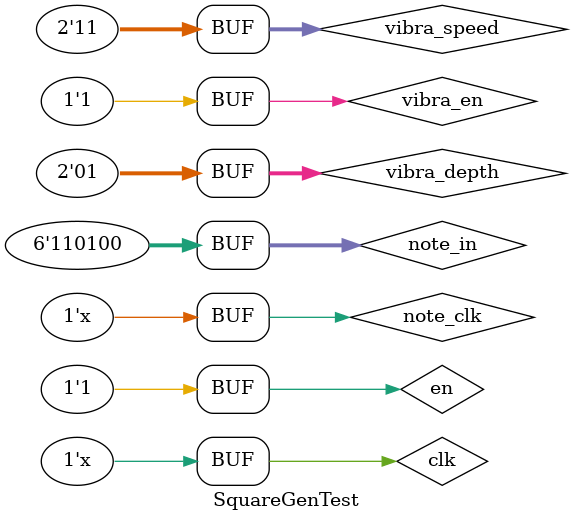
<source format=v>
`timescale 20ns / 1ns

module SquareGenTest(
    );

reg clk;
reg [5:0] note_in;
wire [2:0] offset_multiplier;
wire offset_direction;
reg en;
reg vibra_en;
reg note_clk;
reg[1:0] vibra_speed;
reg[1:0] vibra_depth;
wire[5:0] vibra_out;

wire square_out;
wire freq;



FX_vibrato sq_vibra (
	.note_in		(note_in),  //6 bits
	.note_clk	(note_clk), //1 bit
	.note_out	(vibra_out), //6 bits
	.speed		(vibra_speed),  //speed: two bits FXA
	.depth		(vibra_depth),   //depth: two bits FXB
	.offset_mul	(offset_multiplier), //3 bits
	.offset_dir	(offset_direction), //1 bit
	.en			(vibra_en), //1 bit
	.clk50mhz	(clk) //1 bit
);

base_freq_genx64 freqgen (
	.note_in		(vibra_out),
	.clk50mhz	(clk),
	.freq_out	(freq),
	.offset_mult (offset_multiplier),
	.offset_dir	 (offset_direction)
	);
	
	
/*
	module base_freq_genx64(
	note_in,
	clk50mhz,
	freq_out,
	offset_mult,
	offset_dir
    );
*/


square_gen sqgen ( 	
	.base_freq	(freq),
	.square_out	(square_out),
	.en			(en)
	);


initial
begin
#1 clk = 0;
#1 note_clk = 0;
#1 note_in = 42;
#1 en = 1;
#1 vibra_speed = 0;
#1 vibra_speed = 0;
#100000 vibra_en = 1;
#100000 vibra_speed = 3;
#100000 vibra_depth = 3;

//#100000 offset_direction = 1;
//#1 offset_multiplier = 6;
#200000 note_in = 52;

#50000000 vibra_depth = 1;
//#10000000 note_in = 51;
//#10000000 note_in = 39;


end


always
begin
#1 clk = ~clk;
end

always 
begin
#390625 note_clk = ~note_clk; //this is so that note_clk * 32 = 1/4 second; 390625. 
end

endmodule

</source>
